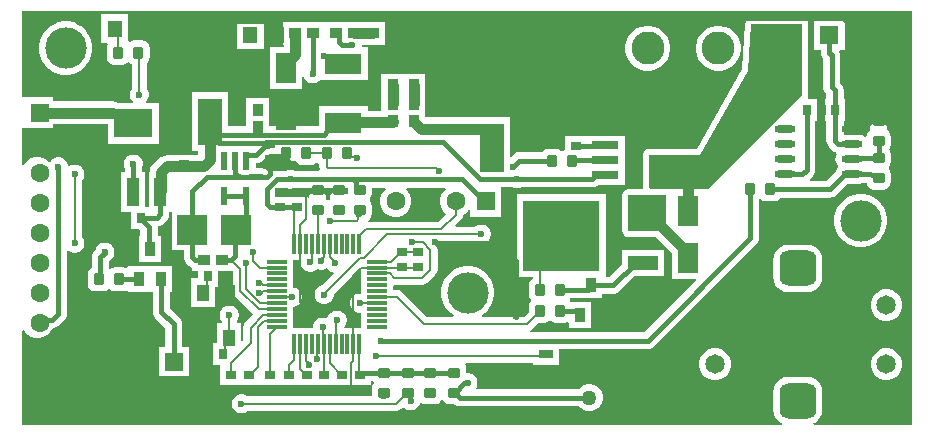
<source format=gtl>
G04*
G04 #@! TF.GenerationSoftware,Altium Limited,Altium Designer,21.3.2 (30)*
G04*
G04 Layer_Physical_Order=1*
G04 Layer_Color=255*
%FSTAX24Y24*%
%MOIN*%
G70*
G04*
G04 #@! TF.SameCoordinates,A4DC8701-BC22-4BCE-B91D-7DEF39426184*
G04*
G04*
G04 #@! TF.FilePolarity,Positive*
G04*
G01*
G75*
%ADD17C,0.0080*%
%ADD21R,0.0335X0.0276*%
%ADD22R,0.0472X0.0315*%
%ADD23R,0.0669X0.0118*%
%ADD24R,0.0118X0.0669*%
G04:AMPARAMS|DCode=25|XSize=39.4mil|YSize=35.4mil|CornerRadius=4.4mil|HoleSize=0mil|Usage=FLASHONLY|Rotation=270.000|XOffset=0mil|YOffset=0mil|HoleType=Round|Shape=RoundedRectangle|*
%AMROUNDEDRECTD25*
21,1,0.0394,0.0266,0,0,270.0*
21,1,0.0305,0.0354,0,0,270.0*
1,1,0.0089,-0.0133,-0.0153*
1,1,0.0089,-0.0133,0.0153*
1,1,0.0089,0.0133,0.0153*
1,1,0.0089,0.0133,-0.0153*
%
%ADD25ROUNDEDRECTD25*%
%ADD26R,0.0276X0.0335*%
%ADD27R,0.0787X0.1575*%
%ADD28R,0.0500X0.0550*%
%ADD29R,0.0394X0.0374*%
%ADD30R,0.0374X0.0394*%
%ADD31R,0.1220X0.0709*%
%ADD32R,0.0669X0.0984*%
%ADD33R,0.0787X0.1614*%
%ADD34R,0.0236X0.0591*%
%ADD35R,0.0984X0.0984*%
%ADD36R,0.0900X0.0250*%
%ADD37O,0.0900X0.0250*%
%ADD38R,0.0394X0.0945*%
%ADD39R,0.1299X0.0945*%
%ADD40R,0.2559X0.2362*%
%ADD41R,0.0984X0.0472*%
%ADD42R,0.0335X0.0472*%
%ADD43R,0.0394X0.0551*%
G04:AMPARAMS|DCode=44|XSize=39.4mil|YSize=35.4mil|CornerRadius=4.4mil|HoleSize=0mil|Usage=FLASHONLY|Rotation=180.000|XOffset=0mil|YOffset=0mil|HoleType=Round|Shape=RoundedRectangle|*
%AMROUNDEDRECTD44*
21,1,0.0394,0.0266,0,0,180.0*
21,1,0.0305,0.0354,0,0,180.0*
1,1,0.0089,-0.0153,0.0133*
1,1,0.0089,0.0153,0.0133*
1,1,0.0089,0.0153,-0.0133*
1,1,0.0089,-0.0153,-0.0133*
%
%ADD44ROUNDEDRECTD44*%
%ADD45O,0.0709X0.0236*%
%ADD82C,0.0200*%
%ADD83C,0.0350*%
%ADD84C,0.0170*%
%ADD85R,0.0630X0.0630*%
%ADD86C,0.0630*%
%ADD87C,0.1378*%
%ADD88C,0.1100*%
%ADD89R,0.0630X0.0630*%
G04:AMPARAMS|DCode=90|XSize=122mil|YSize=118.1mil|CornerRadius=29.5mil|HoleSize=0mil|Usage=FLASHONLY|Rotation=0.000|XOffset=0mil|YOffset=0mil|HoleType=Round|Shape=RoundedRectangle|*
%AMROUNDEDRECTD90*
21,1,0.1220,0.0591,0,0,0.0*
21,1,0.0630,0.1181,0,0,0.0*
1,1,0.0591,0.0315,-0.0295*
1,1,0.0591,-0.0315,-0.0295*
1,1,0.0591,-0.0315,0.0295*
1,1,0.0591,0.0315,0.0295*
%
%ADD90ROUNDEDRECTD90*%
%ADD91C,0.0650*%
%ADD92R,0.0591X0.0591*%
%ADD93C,0.0591*%
%ADD94C,0.0500*%
%ADD95C,0.0236*%
G36*
X0593Y00285D02*
X056033D01*
X056023Y0029D01*
X056065Y002917D01*
X056168Y002997D01*
X056248Y0031D01*
X056297Y003221D01*
X056315Y00335D01*
Y003941D01*
X056297Y00407D01*
X056248Y00419D01*
X056168Y004294D01*
X056065Y004373D01*
X055944Y004423D01*
X055815Y00444D01*
X055185D01*
X055056Y004423D01*
X054935Y004373D01*
X054832Y004294D01*
X054752Y00419D01*
X054703Y00407D01*
X054685Y003941D01*
Y00335D01*
X054703Y003221D01*
X054752Y0031D01*
X054832Y002997D01*
X054935Y002917D01*
X054977Y0029D01*
X054967Y00285D01*
X02965D01*
Y005986D01*
X0297Y006D01*
X029738Y005934D01*
X029834Y005838D01*
X029951Y00577D01*
X030082Y005735D01*
X030218D01*
X030349Y00577D01*
X030466Y005838D01*
X030562Y005934D01*
X030629Y006051D01*
X030638D01*
X030712Y00606D01*
X030782Y006089D01*
X030841Y006135D01*
X031053Y006347D01*
X031099Y006406D01*
X031128Y006476D01*
X031137Y00655D01*
Y008642D01*
X031187Y008663D01*
X031205Y008645D01*
X031277Y008604D01*
X031358Y008582D01*
X031442D01*
X031523Y008604D01*
X031595Y008645D01*
X031655Y008705D01*
X031696Y008777D01*
X031718Y008858D01*
Y008942D01*
X031696Y009023D01*
X031655Y009095D01*
X031645Y009105D01*
Y010995D01*
X031655Y011005D01*
X031696Y011077D01*
X031718Y011158D01*
Y011242D01*
X031696Y011323D01*
X031655Y011395D01*
X031595Y011455D01*
X031523Y011496D01*
X031442Y011518D01*
X031358D01*
X031277Y011496D01*
X031218Y011462D01*
X031168Y011483D01*
Y011492D01*
X031146Y011573D01*
X031105Y011645D01*
X031045Y011705D01*
X030973Y011746D01*
X030892Y011768D01*
X030808D01*
X030727Y011746D01*
X030655Y011705D01*
X030595Y011645D01*
X030575Y01161D01*
X030525Y011603D01*
X030466Y011662D01*
X030349Y01173D01*
X030218Y011765D01*
X030082D01*
X029951Y01173D01*
X029834Y011662D01*
X029738Y011566D01*
X0297Y011501D01*
X02965Y011514D01*
Y012735D01*
X030665D01*
Y012872D01*
X0325D01*
Y012219D01*
X0342D01*
Y013564D01*
X033785D01*
X033764Y013614D01*
X033805Y013655D01*
X033846Y013727D01*
X033868Y013808D01*
Y013892D01*
X033846Y013973D01*
X033805Y014045D01*
X033795Y014055D01*
Y014901D01*
X03383Y014924D01*
X033884Y015005D01*
X033903Y015101D01*
Y015406D01*
X033884Y015501D01*
X03383Y015582D01*
X033749Y015636D01*
X033654Y015655D01*
X033388D01*
X033293Y015636D01*
X033236Y015598D01*
X033186Y015625D01*
Y016528D01*
X032286D01*
Y015578D01*
X032487D01*
X032511Y015534D01*
X032489Y015501D01*
X03247Y015406D01*
Y015101D01*
X032489Y015005D01*
X032543Y014924D01*
X032623Y01487D01*
X032719Y014852D01*
X032984D01*
X03308Y01487D01*
X033154Y01492D01*
X033174Y014925D01*
X033198D01*
X033218Y01492D01*
X033293Y01487D01*
X033305Y014868D01*
Y014055D01*
X033295Y014045D01*
X033254Y013973D01*
X033232Y013892D01*
Y013808D01*
X033254Y013727D01*
X033295Y013655D01*
X033336Y013614D01*
X033315Y013564D01*
X033035D01*
X033011Y013567D01*
X032873D01*
X032859Y013578D01*
X032768Y013615D01*
X03267Y013628D01*
X030665D01*
Y013765D01*
X02965D01*
Y01665D01*
X0593D01*
Y00285D01*
D02*
G37*
%LPC*%
G36*
X0377Y016325D02*
X0368D01*
Y015375D01*
X0377D01*
Y016325D01*
D02*
G37*
G36*
X052924Y01615D02*
X052776D01*
X052631Y016121D01*
X052495Y016065D01*
X052372Y015983D01*
X052267Y015878D01*
X052185Y015755D01*
X052129Y015619D01*
X0521Y015474D01*
Y015326D01*
X052129Y015181D01*
X052185Y015045D01*
X052267Y014922D01*
X052372Y014817D01*
X052495Y014735D01*
X052631Y014679D01*
X052776Y01465D01*
X052924D01*
X053069Y014679D01*
X053205Y014735D01*
X053328Y014817D01*
X053433Y014922D01*
X053515Y015045D01*
X053571Y015181D01*
X0536Y015326D01*
Y015474D01*
X053571Y015619D01*
X053515Y015755D01*
X053433Y015878D01*
X053328Y015983D01*
X053205Y016065D01*
X053069Y016121D01*
X052924Y01615D01*
D02*
G37*
G36*
X050574D02*
X050426D01*
X050281Y016121D01*
X050145Y016065D01*
X050022Y015983D01*
X049917Y015878D01*
X049835Y015755D01*
X049779Y015619D01*
X04975Y015474D01*
Y015326D01*
X049779Y015181D01*
X049835Y015045D01*
X049917Y014922D01*
X050022Y014817D01*
X050145Y014735D01*
X050281Y014679D01*
X050426Y01465D01*
X050574D01*
X050719Y014679D01*
X050855Y014735D01*
X050978Y014817D01*
X051083Y014922D01*
X051165Y015045D01*
X051221Y015181D01*
X05125Y015326D01*
Y015474D01*
X051221Y015619D01*
X051165Y015755D01*
X051083Y015878D01*
X050978Y015983D01*
X050855Y016065D01*
X050719Y016121D01*
X050574Y01615D01*
D02*
G37*
G36*
X031188Y016289D02*
X031012D01*
X030841Y016255D01*
X030679Y016188D01*
X030533Y016091D01*
X030409Y015967D01*
X030312Y015821D01*
X030245Y015659D01*
X030211Y015488D01*
Y015312D01*
X030245Y015141D01*
X030312Y014979D01*
X030409Y014833D01*
X030533Y014709D01*
X030679Y014612D01*
X030841Y014545D01*
X031012Y014511D01*
X031188D01*
X031359Y014545D01*
X031521Y014612D01*
X031667Y014709D01*
X031791Y014833D01*
X031888Y014979D01*
X031955Y015141D01*
X031989Y015312D01*
Y015488D01*
X031955Y015659D01*
X031888Y015821D01*
X031791Y015967D01*
X031667Y016091D01*
X031521Y016188D01*
X031359Y016255D01*
X031188Y016289D01*
D02*
G37*
G36*
X041752Y016287D02*
X038358D01*
Y015513D01*
X038365D01*
Y01543D01*
X037915D01*
Y014045D01*
X038985D01*
Y014432D01*
X039035Y014438D01*
X039039Y014421D01*
X039081Y014349D01*
X03914Y01429D01*
X039213Y014248D01*
X039294Y014226D01*
X039377D01*
X039458Y014248D01*
X039531Y01429D01*
X039571Y01433D01*
X04116D01*
Y015439D01*
X040983D01*
X040968Y015458D01*
Y015513D01*
X041752D01*
Y016287D01*
D02*
G37*
G36*
X05565Y016404D02*
X053953D01*
X053921Y016397D01*
X053888Y016393D01*
X053882Y01639D01*
X053875Y016388D01*
X053847Y01637D01*
X053819Y016353D01*
X053815Y016348D01*
X053809Y016344D01*
X05379Y016317D01*
X05377Y01629D01*
X053768Y016284D01*
X053765Y016278D01*
X053758Y016246D01*
X05375Y016214D01*
X05365Y01471D01*
X052132Y012054D01*
X05195D01*
Y01205D01*
X05053D01*
X050472Y012038D01*
X050406Y011994D01*
X050362Y011928D01*
X050346Y01185D01*
Y01075D01*
X050346Y01075D01*
X050348Y010743D01*
X050316Y010704D01*
X04985D01*
X049772Y010688D01*
X049706Y010644D01*
X049662Y010578D01*
X049646Y0105D01*
Y0093D01*
X049662Y009222D01*
X049706Y009156D01*
X049772Y009112D01*
X04985Y009096D01*
X050789D01*
X051315Y00857D01*
Y00772D01*
X052099D01*
X052118Y007674D01*
X050381Y005937D01*
X046594D01*
X046579Y005987D01*
X046638Y006027D01*
X04686Y006248D01*
X047048D01*
X047144Y006267D01*
X047218Y006317D01*
X047238Y006322D01*
X047262D01*
X047282Y006317D01*
X047356Y006267D01*
X047452Y006248D01*
X047718D01*
X047813Y006267D01*
X047819Y006271D01*
X047863Y006248D01*
Y006074D01*
X048597D01*
Y006946D01*
X047915D01*
X047894Y006979D01*
Y007021D01*
X047921Y007063D01*
X048235D01*
Y007056D01*
X048969D01*
Y007205D01*
X049336D01*
X049411Y007214D01*
X04948Y007243D01*
X049539Y007289D01*
X050064Y007814D01*
X051042D01*
Y008686D01*
X049658D01*
Y00822D01*
X049217Y00778D01*
X049093D01*
Y010531D01*
X046134D01*
Y007769D01*
X046671D01*
Y007722D01*
X046606Y007679D01*
X046552Y007598D01*
X046533Y007503D01*
Y007197D01*
X046552Y007102D01*
X046606Y007021D01*
Y006979D01*
X046552Y006898D01*
X046533Y006803D01*
Y006614D01*
X046364Y006445D01*
X044985D01*
X04497Y006495D01*
X045067Y006559D01*
X045191Y006683D01*
X045288Y006829D01*
X045355Y006991D01*
X045389Y007162D01*
Y007338D01*
X045355Y007509D01*
X045288Y007671D01*
X045191Y007817D01*
X045067Y007941D01*
X044921Y008038D01*
X044759Y008105D01*
X044588Y008139D01*
X044412D01*
X044241Y008105D01*
X044079Y008038D01*
X043933Y007941D01*
X043809Y007817D01*
X043712Y007671D01*
X043645Y007509D01*
X043611Y007338D01*
Y007162D01*
X043645Y006991D01*
X043712Y006829D01*
X043809Y006683D01*
X043933Y006559D01*
X04403Y006495D01*
X044015Y006445D01*
X043151D01*
X042321Y007275D01*
X042242Y007328D01*
X042148Y007346D01*
X042003D01*
Y007475D01*
X042042Y007507D01*
X04205Y007505D01*
X042981D01*
X043074Y007524D01*
X043154Y007577D01*
X043423Y007846D01*
X043476Y007926D01*
X043495Y008019D01*
Y008681D01*
X043476Y008774D01*
X043423Y008854D01*
X043368Y008909D01*
X043387Y008955D01*
X044745D01*
X044755Y008945D01*
X044827Y008904D01*
X044908Y008882D01*
X044992D01*
X045073Y008904D01*
X045145Y008945D01*
X045205Y009005D01*
X045246Y009077D01*
X045268Y009158D01*
Y009242D01*
X045246Y009323D01*
X045205Y009395D01*
X045145Y009455D01*
X045073Y009496D01*
X044992Y009518D01*
X044908D01*
X044827Y009496D01*
X044755Y009455D01*
X044745Y009445D01*
X044106D01*
X044087Y009491D01*
X044273Y009677D01*
X044326Y009756D01*
X044344Y009846D01*
X044416Y009888D01*
X044512Y009984D01*
X044535Y010024D01*
X044585Y01001D01*
Y009785D01*
X045615D01*
Y010763D01*
X046012D01*
X046027Y010754D01*
X046108Y010732D01*
X046192D01*
X046273Y010754D01*
X046288Y010763D01*
X048649D01*
X048724Y010772D01*
X048793Y010801D01*
X048841Y010838D01*
X049737D01*
Y011338D01*
X049737D01*
Y011838D01*
Y012488D01*
X048437D01*
Y012482D01*
X047733D01*
Y012017D01*
X047676Y011979D01*
X047675Y011978D01*
X047638D01*
X047618Y011983D01*
X047544Y012033D01*
X047448Y012052D01*
X047182D01*
X047087Y012033D01*
X047006Y011979D01*
X046979Y011937D01*
X046218D01*
X046144Y011928D01*
X046074Y011899D01*
X046015Y011853D01*
X045944Y011782D01*
X045894Y011803D01*
Y013094D01*
X045106D01*
X045081Y013098D01*
X043092D01*
X043087Y013103D01*
Y013758D01*
Y014552D01*
X041613D01*
Y013758D01*
Y013313D01*
X04116D01*
Y01347D01*
X03954D01*
Y012793D01*
X037887D01*
Y012948D01*
Y013742D01*
X037113D01*
Y012948D01*
Y012793D01*
X036494D01*
Y013937D01*
X035306D01*
Y011963D01*
X035522D01*
Y011833D01*
X035437D01*
Y011852D01*
X034663D01*
Y011833D01*
X03446D01*
X034362Y01182D01*
X034271Y011782D01*
X034192Y011722D01*
X03401Y01154D01*
X03395Y011461D01*
X033912Y01137D01*
X0339Y011281D01*
X033859D01*
Y010117D01*
X033747D01*
Y011281D01*
X033637D01*
Y011412D01*
X033646Y011427D01*
X033668Y011508D01*
Y011592D01*
X033646Y011673D01*
X033605Y011745D01*
X033545Y011805D01*
X033473Y011846D01*
X033392Y011868D01*
X033308D01*
X033227Y011846D01*
X033155Y011805D01*
X033095Y011745D01*
X033054Y011673D01*
X033032Y011592D01*
Y011508D01*
X033054Y011427D01*
X033063Y011412D01*
Y011281D01*
X032953D01*
Y009936D01*
X033268D01*
Y009383D01*
X033537D01*
X033589Y009331D01*
Y009128D01*
X033535D01*
Y008256D01*
X034269D01*
Y009128D01*
X034164D01*
Y00945D01*
X034176Y009466D01*
X034224Y009472D01*
X034294Y009501D01*
X034353Y009547D01*
X034459Y009652D01*
X034504Y009712D01*
X034533Y009781D01*
X034543Y009856D01*
Y009936D01*
X03463D01*
Y008658D01*
X035034D01*
Y00845D01*
X035044Y008375D01*
X035073Y008306D01*
X035118Y008246D01*
X035218Y008147D01*
X035278Y008101D01*
X035308Y008088D01*
Y007963D01*
X035506D01*
Y007724D01*
X03527D01*
Y006772D01*
X036064D01*
Y007433D01*
X036182D01*
Y007963D01*
X036665D01*
X036679Y007949D01*
Y007313D01*
X036698Y00722D01*
X036751Y00714D01*
X037356Y006535D01*
X037357Y006529D01*
X037089Y006261D01*
X037036Y006182D01*
X037017Y006088D01*
Y005682D01*
X036976Y005641D01*
X03693Y005661D01*
Y006228D01*
X036795D01*
Y006295D01*
X036805Y006305D01*
X036846Y006377D01*
X036868Y006458D01*
Y006542D01*
X036846Y006623D01*
X036805Y006695D01*
X036745Y006755D01*
X036673Y006796D01*
X036592Y006818D01*
X036508D01*
X036427Y006796D01*
X036355Y006755D01*
X036295Y006695D01*
X036254Y006623D01*
X036232Y006542D01*
Y006458D01*
X036254Y006377D01*
X036295Y006305D01*
X036305Y006295D01*
Y006228D01*
X036136D01*
Y005567D01*
X036018D01*
Y004833D01*
X036233D01*
Y004168D01*
X041267D01*
Y004297D01*
X041357D01*
X041367Y004282D01*
X041372Y004262D01*
Y004225D01*
X041371Y004224D01*
X041317Y004144D01*
X041298Y004048D01*
Y003795D01*
X037159D01*
X037149Y003805D01*
X037077Y003846D01*
X036996Y003868D01*
X036912D01*
X036831Y003846D01*
X036759Y003805D01*
X036699Y003745D01*
X036658Y003673D01*
X036636Y003592D01*
Y003508D01*
X036658Y003427D01*
X036699Y003355D01*
X036759Y003295D01*
X036831Y003254D01*
X036912Y003232D01*
X036996D01*
X037077Y003254D01*
X037149Y003295D01*
X037159Y003305D01*
X042115D01*
X042209Y003324D01*
X042288Y003377D01*
X042356Y003445D01*
X042405Y003395D01*
X042477Y003354D01*
X042558Y003332D01*
X042642D01*
X042723Y003354D01*
X042795Y003395D01*
X042855Y003455D01*
X042896Y003527D01*
X042905Y003557D01*
X042962Y003579D01*
X043002Y003552D01*
X043097Y003533D01*
X043403D01*
X043498Y003552D01*
X043579Y003606D01*
X043622Y003672D01*
X043626Y003673D01*
X043674Y003673D01*
X043678Y003672D01*
X043721Y003606D01*
X043802Y003552D01*
X043897Y003533D01*
X044049D01*
X044091Y003501D01*
X044161Y003472D01*
X044235Y003463D01*
X048201D01*
X048274Y00339D01*
X048376Y003331D01*
X048491Y0033D01*
X048609D01*
X048724Y003331D01*
X048826Y00339D01*
X04891Y003474D01*
X048969Y003576D01*
X049Y003691D01*
Y003809D01*
X048969Y003924D01*
X04891Y004026D01*
X048826Y00411D01*
X048724Y004169D01*
X048609Y0042D01*
X048491D01*
X048376Y004169D01*
X048274Y00411D01*
X048201Y004037D01*
X044813D01*
X044784Y004087D01*
X044803Y004121D01*
X044825Y004201D01*
Y004285D01*
X044803Y004366D01*
X044761Y004439D01*
X044702Y004498D01*
X044629Y00454D01*
X044549Y004561D01*
X044465D01*
X044452Y004572D01*
Y004718D01*
X044433Y004813D01*
X044404Y004855D01*
X044431Y004905D01*
X046686D01*
Y004843D01*
X047558D01*
Y005363D01*
X0505D01*
X050574Y005372D01*
X050644Y005401D01*
X050703Y005447D01*
X054119Y008862D01*
X054164Y008922D01*
X054193Y008991D01*
X054203Y009065D01*
Y010357D01*
X054224Y010371D01*
X054225Y010372D01*
X054262D01*
X054282Y010367D01*
X054356Y010317D01*
X054452Y010298D01*
X054718D01*
X054813Y010317D01*
X054894Y010371D01*
X054921Y010413D01*
X056576D01*
X05665Y010422D01*
X05672Y010451D01*
X056779Y010497D01*
X057162Y010879D01*
X057548D01*
X057631Y01089D01*
X057686Y010913D01*
X057802D01*
X057817Y010837D01*
X057871Y010756D01*
X057952Y010702D01*
X058047Y010683D01*
X058353D01*
X058448Y010702D01*
X058529Y010756D01*
X058583Y010837D01*
X058602Y010932D01*
Y011198D01*
X058583Y011294D01*
X058529Y011374D01*
X058528Y011375D01*
Y011425D01*
X058529Y011426D01*
X058583Y011506D01*
X058602Y011602D01*
Y011868D01*
X058583Y011963D01*
X058541Y012025D01*
X058583Y012087D01*
X058602Y012182D01*
Y012448D01*
X058583Y012544D01*
X058529Y012624D01*
X058476Y01266D01*
Y012807D01*
X058397Y012886D01*
X058003D01*
X057924Y012807D01*
Y01266D01*
X057871Y012624D01*
X057817Y012544D01*
X057803Y012469D01*
X057758Y012448D01*
X057748Y012448D01*
X057709Y012478D01*
X057631Y01251D01*
X057548Y012521D01*
X057076D01*
X057069Y01252D01*
X057032Y012553D01*
Y012983D01*
X057082D01*
Y013717D01*
X057032D01*
Y014006D01*
X057022Y01408D01*
X056993Y01415D01*
X056947Y014209D01*
X056917Y014239D01*
Y01517D01*
X056908Y015244D01*
X056891Y015285D01*
X056923Y015335D01*
X057065D01*
Y016365D01*
X056035D01*
Y015335D01*
X056263D01*
Y01525D01*
X056272Y015176D01*
X056301Y015106D01*
X056343Y015052D01*
Y01412D01*
X056352Y014046D01*
X056381Y013976D01*
X056427Y013917D01*
X056457Y013887D01*
Y013717D01*
X056406D01*
Y012983D01*
X056457D01*
Y0123D01*
X056466Y012225D01*
X056495Y012156D01*
X056541Y012096D01*
X05664Y011997D01*
X0567Y011951D01*
X056769Y011922D01*
X056789Y01192D01*
X056808Y011874D01*
X056798Y01186D01*
X056766Y011783D01*
X056755Y0117D01*
X056766Y011617D01*
X056798Y01154D01*
X056849Y011473D01*
Y011427D01*
X056798Y01136D01*
X056776Y011306D01*
X056457Y010987D01*
X055915D01*
X055894Y011037D01*
X055997Y011141D01*
X056043Y0112D01*
X056072Y01127D01*
X056082Y011344D01*
Y012983D01*
X056132D01*
Y013717D01*
X055855D01*
X055831Y013761D01*
X055838Y013772D01*
X055854Y01385D01*
Y0162D01*
X055838Y016278D01*
X055794Y016344D01*
X055728Y016388D01*
X05565Y016404D01*
D02*
G37*
G36*
X057688Y010539D02*
X057512D01*
X057341Y010505D01*
X057179Y010438D01*
X057033Y010341D01*
X056909Y010217D01*
X056812Y010071D01*
X056745Y009909D01*
X056711Y009738D01*
Y009562D01*
X056745Y009391D01*
X056812Y009229D01*
X056909Y009083D01*
X057033Y008959D01*
X057179Y008862D01*
X057341Y008795D01*
X057512Y008761D01*
X057688D01*
X057859Y008795D01*
X058021Y008862D01*
X058167Y008959D01*
X058291Y009083D01*
X058388Y009229D01*
X058455Y009391D01*
X058489Y009562D01*
Y009738D01*
X058455Y009909D01*
X058388Y010071D01*
X058291Y010217D01*
X058167Y010341D01*
X058021Y010438D01*
X057859Y010505D01*
X057688Y010539D01*
D02*
G37*
G36*
X055815Y00885D02*
X055185D01*
X055056Y008833D01*
X054935Y008783D01*
X054832Y008703D01*
X054752Y0086D01*
X054703Y008479D01*
X054685Y00835D01*
Y007759D01*
X054703Y00763D01*
X054752Y00751D01*
X054832Y007406D01*
X054935Y007327D01*
X055056Y007277D01*
X055185Y00726D01*
X055815D01*
X055944Y007277D01*
X056065Y007327D01*
X056168Y007406D01*
X056248Y00751D01*
X056297Y00763D01*
X056315Y007759D01*
Y00835D01*
X056297Y008479D01*
X056248Y0086D01*
X056168Y008703D01*
X056065Y008783D01*
X055944Y008833D01*
X055815Y00885D01*
D02*
G37*
G36*
X058522Y007359D02*
X058384D01*
X05825Y007323D01*
X058131Y007254D01*
X058033Y007156D01*
X057964Y007037D01*
X057928Y006903D01*
Y006765D01*
X057964Y006632D01*
X058033Y006512D01*
X058131Y006414D01*
X05825Y006345D01*
X058384Y006309D01*
X058522D01*
X058655Y006345D01*
X058775Y006414D01*
X058873Y006512D01*
X058942Y006632D01*
X058978Y006765D01*
Y006903D01*
X058942Y007037D01*
X058873Y007156D01*
X058775Y007254D01*
X058655Y007323D01*
X058522Y007359D01*
D02*
G37*
G36*
X032442Y008918D02*
X032358D01*
X032277Y008896D01*
X032205Y008855D01*
X032145Y008795D01*
X032104Y008723D01*
X032092Y008681D01*
X032047Y008635D01*
X032001Y008576D01*
X031972Y008506D01*
X031963Y008432D01*
Y008066D01*
X031906Y008029D01*
X031852Y007948D01*
X031833Y007853D01*
Y007547D01*
X031852Y007452D01*
X031906Y007371D01*
X031987Y007317D01*
X032082Y007298D01*
X032348D01*
X032444Y007317D01*
X032518Y007367D01*
X032538Y007372D01*
X032562D01*
X032582Y007367D01*
X032656Y007317D01*
X032752Y007298D01*
X033018D01*
X033113Y007317D01*
X033119Y007321D01*
X033163Y007298D01*
Y007274D01*
X033872D01*
X033921Y007272D01*
X033946Y007272D01*
X034001D01*
Y006608D01*
X03401Y006534D01*
X034039Y006464D01*
X034085Y006405D01*
X034413Y006077D01*
Y005445D01*
X034205D01*
Y004455D01*
X035195D01*
Y005445D01*
X034987D01*
Y006196D01*
X034978Y006271D01*
X034949Y00634D01*
X034903Y006399D01*
X034575Y006727D01*
Y007272D01*
X034655D01*
Y008144D01*
X033946D01*
X033897Y008146D01*
X033872Y008146D01*
X033163D01*
Y008102D01*
X033119Y008079D01*
X033113Y008083D01*
X033018Y008102D01*
X032752D01*
X032656Y008083D01*
X032587Y008037D01*
X032547Y008051D01*
X032537Y008059D01*
Y008312D01*
X032595Y008345D01*
X032655Y008405D01*
X032696Y008477D01*
X032718Y008558D01*
Y008642D01*
X032696Y008723D01*
X032655Y008795D01*
X032595Y008855D01*
X032523Y008896D01*
X032442Y008918D01*
D02*
G37*
G36*
X058522Y005391D02*
X058384D01*
X05825Y005355D01*
X058131Y005286D01*
X058033Y005188D01*
X057964Y005068D01*
X057928Y004935D01*
Y004797D01*
X057964Y004663D01*
X058033Y004544D01*
X058131Y004446D01*
X05825Y004377D01*
X058384Y004341D01*
X058522D01*
X058655Y004377D01*
X058775Y004446D01*
X058873Y004544D01*
X058942Y004663D01*
X058978Y004797D01*
Y004935D01*
X058942Y005068D01*
X058873Y005188D01*
X058775Y005286D01*
X058655Y005355D01*
X058522Y005391D01*
D02*
G37*
G36*
X052813D02*
X052675D01*
X052542Y005355D01*
X052422Y005286D01*
X052324Y005188D01*
X052255Y005068D01*
X052219Y004935D01*
Y004797D01*
X052255Y004663D01*
X052324Y004544D01*
X052422Y004446D01*
X052542Y004377D01*
X052675Y004341D01*
X052813D01*
X052947Y004377D01*
X053066Y004446D01*
X053164Y004544D01*
X053233Y004663D01*
X053269Y004797D01*
Y004935D01*
X053233Y005068D01*
X053164Y005188D01*
X053066Y005286D01*
X052947Y005355D01*
X052813Y005391D01*
D02*
G37*
%LPD*%
G36*
X03855Y011703D02*
X038629Y011624D01*
X038776D01*
X038812Y011571D01*
X038893Y011517D01*
X038988Y011498D01*
X039254D01*
X039349Y011517D01*
X03943Y011571D01*
X039436Y011581D01*
X039486D01*
X039493Y011571D01*
X039557Y011528D01*
Y011445D01*
X039573Y011364D01*
X039545Y011314D01*
X038738D01*
X038723Y011323D01*
X038642Y011345D01*
X038558D01*
X038477Y011323D01*
X038462Y011314D01*
X038132D01*
X038058Y011304D01*
X037989Y011276D01*
X037929Y01123D01*
X037901Y011202D01*
X03785Y011221D01*
X037838Y011278D01*
X037794Y011344D01*
X037728Y011388D01*
X03765Y011404D01*
X037442D01*
Y011563D01*
X037451D01*
X037525Y011573D01*
X037595Y011602D01*
X037654Y011648D01*
X037875Y011868D01*
X038267D01*
Y011974D01*
X03855D01*
Y011703D01*
D02*
G37*
G36*
X03765Y011D02*
X03725D01*
Y0112D01*
X03765D01*
Y011D01*
D02*
G37*
G36*
X040498Y010555D02*
X04049Y010548D01*
X040451Y010532D01*
X040397Y010586D01*
X040003D01*
X039924Y010507D01*
Y01036D01*
X039883Y010332D01*
X03985Y010328D01*
X039817Y010332D01*
X039776Y01036D01*
Y010507D01*
X039697Y010586D01*
X039303D01*
X039224Y010507D01*
Y010408D01*
X039217Y010404D01*
X039167Y010432D01*
Y010432D01*
X038087D01*
Y010575D01*
X038252Y010739D01*
X038462D01*
X038477Y01073D01*
X038558Y010709D01*
X038642D01*
X038723Y01073D01*
X038738Y010739D01*
X040498D01*
Y010555D01*
D02*
G37*
G36*
X05565Y01385D02*
X0525Y0107D01*
X0506D01*
X05055Y01075D01*
Y01185D01*
X05225D01*
X05385Y01465D01*
X053953Y0162D01*
X05565D01*
Y01385D01*
D02*
G37*
G36*
X043761Y010689D02*
X043688Y010616D01*
X04362Y010499D01*
X043585Y010368D01*
Y010232D01*
X04362Y010101D01*
X043688Y009984D01*
X043784Y009888D01*
X043785Y009881D01*
X04351Y009606D01*
X04119D01*
X041183Y009616D01*
X041193Y009683D01*
X041229Y009706D01*
X041283Y009787D01*
X041302Y009882D01*
Y010148D01*
X041283Y010244D01*
X041233Y010318D01*
X041228Y010338D01*
Y010362D01*
X041233Y010382D01*
X041283Y010456D01*
X041302Y010552D01*
Y010739D01*
X04174D01*
X041761Y010689D01*
X041688Y010616D01*
X04162Y010499D01*
X041585Y010368D01*
Y010232D01*
X04162Y010101D01*
X041688Y009984D01*
X041784Y009888D01*
X041901Y00982D01*
X042032Y009785D01*
X042168D01*
X042299Y00982D01*
X042416Y009888D01*
X042512Y009984D01*
X04258Y010101D01*
X042615Y010232D01*
Y010368D01*
X04258Y010499D01*
X042512Y010616D01*
X042439Y010689D01*
X04246Y010739D01*
X04374D01*
X043761Y010689D01*
D02*
G37*
G36*
X0511Y0093D02*
X04985D01*
Y0105D01*
X0511D01*
Y0093D01*
D02*
G37*
G36*
X038932Y008308D02*
Y008224D01*
X038954Y008143D01*
X038995Y00807D01*
X039055Y008011D01*
X039127Y007969D01*
X039208Y007948D01*
X039292D01*
X039373Y007969D01*
X039445Y008011D01*
X039472Y008038D01*
X039501Y008022D01*
X039582Y008D01*
X039666D01*
X039747Y008022D01*
X039806Y008056D01*
X039807Y008055D01*
X039867Y007995D01*
X039939Y007954D01*
X040016Y007933D01*
X04003Y007909D01*
X04004Y007886D01*
X039657Y007503D01*
X039589Y007485D01*
X039516Y007443D01*
X039457Y007384D01*
X039415Y007311D01*
X039394Y00723D01*
Y007146D01*
X039415Y007065D01*
X039457Y006993D01*
X039516Y006934D01*
X039589Y006892D01*
X03967Y00687D01*
X039754D01*
X039835Y006892D01*
X039907Y006934D01*
X039966Y006993D01*
X040008Y007065D01*
X04003Y007146D01*
Y007184D01*
X040888Y008042D01*
X040915Y008031D01*
X040934Y008017D01*
Y007754D01*
Y007218D01*
X040858D01*
X040777Y007196D01*
X040705Y007155D01*
X040645Y007095D01*
X040604Y007023D01*
X040582Y006942D01*
Y006858D01*
X040604Y006777D01*
X040645Y006705D01*
X040705Y006645D01*
X040777Y006604D01*
X040858Y006582D01*
X040934D01*
Y006066D01*
X040398D01*
X040377Y006116D01*
X040398Y006137D01*
X04044Y00621D01*
X040462Y006291D01*
Y006374D01*
X04044Y006455D01*
X040398Y006528D01*
X040339Y006587D01*
X040266Y006629D01*
X040185Y006651D01*
X040102D01*
X040021Y006629D01*
X039948Y006587D01*
X039889Y006528D01*
X039847Y006455D01*
X039838Y006422D01*
X039783Y006396D01*
X039702Y006418D01*
X039618D01*
X039538Y006396D01*
X039465Y006355D01*
X039406Y006295D01*
X039364Y006223D01*
X039342Y006142D01*
Y006066D01*
X038666D01*
Y006449D01*
Y006782D01*
X038692D01*
X038773Y006804D01*
X038845Y006845D01*
X038905Y006905D01*
X038946Y006977D01*
X038968Y007058D01*
Y007142D01*
X038946Y007223D01*
X038905Y007295D01*
X038845Y007355D01*
X038773Y007396D01*
X038692Y007418D01*
X038666D01*
Y007827D01*
Y008334D01*
X038912D01*
X038932Y008308D01*
D02*
G37*
D17*
X041469Y008086D02*
X04285D01*
X0364Y005619D02*
X03655Y005769D01*
X0364Y005194D02*
Y005619D01*
X036356Y00515D02*
X0364Y005194D01*
X03655Y005769D02*
Y0065D01*
X035667Y007248D02*
X0358Y007381D01*
Y007806D02*
X035844Y00785D01*
X0358Y007381D02*
Y007806D01*
X036356Y0078D02*
X036403Y007753D01*
Y007378D02*
X036533Y007248D01*
X036403Y007378D02*
Y007753D01*
X0358Y005244D02*
Y005619D01*
Y005244D02*
X035844Y0052D01*
X035667Y005752D02*
X0358Y005619D01*
X0423Y008606D02*
X04285D01*
Y0086D02*
Y008606D01*
X038914Y009514D02*
X0391Y0097D01*
Y010645D01*
X038914Y008868D02*
Y009514D01*
X038717Y008868D02*
Y010011D01*
X0388Y010094D01*
X0375Y004776D02*
Y0061D01*
X037341Y004617D02*
X037341D01*
X0375Y004776D01*
X03723Y004506D02*
X037341Y004617D01*
X036954Y00355D02*
X042115D01*
X037262Y006088D02*
X037677Y006503D01*
X0366Y004506D02*
Y004919D01*
X037262Y005581D01*
Y006088D01*
X0372Y004506D02*
X03723D01*
X0375Y0061D02*
X037696Y006296D01*
X0379Y005886D02*
X038131Y006117D01*
X0379Y004506D02*
Y005886D01*
X04085Y009697D02*
Y009865D01*
X04145Y00515D02*
X047072D01*
X047122Y0052D01*
X040884Y009865D02*
X0409Y009881D01*
Y010015D01*
X037696Y006296D02*
X038114D01*
X039162Y006688D02*
X040584D01*
X040905Y006905D02*
X041469D01*
X040584Y006688D02*
X040668Y006604D01*
X040662Y00661D02*
X040668Y006604D01*
X0409Y0069D02*
X040905Y006905D01*
X040662Y00661D02*
Y007798D01*
X04095Y008086D01*
X040686Y004986D02*
Y005531D01*
X040668Y005549D02*
X040686Y005531D01*
X040668Y005549D02*
Y006604D01*
X04305Y0062D02*
X046465D01*
X046761Y006496D01*
X046779D02*
X046915Y006633D01*
X042148Y007102D02*
X04305Y0062D01*
X046915Y006633D02*
Y00665D01*
X046761Y006496D02*
X046779D01*
X038914Y006936D02*
X039162Y006688D01*
X038914Y006936D02*
Y008868D01*
X038649Y007101D02*
X03865Y0071D01*
X038132Y007101D02*
X038649D01*
X040095Y006242D02*
X040144Y00629D01*
X040095Y005531D02*
Y006242D01*
X040144Y00629D02*
Y006333D01*
X0403Y0045D02*
X040307D01*
X040283Y004506D02*
X040312D01*
X040307Y0045D02*
X040312Y004506D01*
X039898Y00489D02*
X040283Y004506D01*
X039898Y00489D02*
Y005531D01*
X039108Y004506D02*
X039137D01*
X038914Y0047D02*
Y005531D01*
Y0047D02*
X039108Y004506D01*
X042642Y008938D02*
X042993D01*
X04325Y008019D02*
Y008681D01*
X042993Y008938D02*
X04325Y008681D01*
X041036Y008414D02*
X041822Y0092D01*
X0411Y009361D02*
X043611D01*
X0441Y00985D01*
X041822Y0092D02*
X04495D01*
X040883Y009144D02*
X0411Y009361D01*
X03355Y01385D02*
Y015224D01*
X033521Y015253D02*
X03355Y015224D01*
X0314Y0089D02*
Y0112D01*
X039848Y011398D02*
X043452D01*
X04354Y01131D01*
X04355D01*
X039802Y011445D02*
X039848Y011398D01*
X039802Y011445D02*
Y0119D01*
X040062Y00825D02*
Y00826D01*
X039898Y008423D02*
Y008868D01*
Y008423D02*
X040062Y00826D01*
X039712Y007212D02*
X040914Y008414D01*
X039712Y007188D02*
Y007212D01*
X040914Y008414D02*
X041036D01*
X04095Y008086D02*
X041469D01*
X03966Y0061D02*
X039684Y006077D01*
Y005549D02*
Y006077D01*
Y005549D02*
X039702Y005531D01*
X04077Y011757D02*
X0408Y011727D01*
X040602Y011762D02*
X040608Y011757D01*
X04077D01*
X040602Y011762D02*
Y011769D01*
X035474Y016053D02*
X0359Y015627D01*
Y015233D02*
Y015627D01*
X033636Y016053D02*
X035474D01*
X032736D02*
X032852Y015938D01*
Y015253D02*
Y015938D01*
X03735Y0083D02*
Y0086D01*
Y0083D02*
X037564Y008086D01*
X038131D01*
X042981Y00775D02*
X04325Y008019D01*
X04205Y00775D02*
X042981D01*
X041911Y007889D02*
X04205Y00775D01*
X041469Y007889D02*
X041911D01*
X0441Y00985D02*
Y01045D01*
X040883Y008868D02*
Y009144D01*
X03925Y008266D02*
X039261D01*
X039624Y008318D02*
Y00836D01*
X037559Y006905D02*
X038131D01*
X039701Y008868D02*
X039702Y008868D01*
X039261Y008266D02*
X039308Y008313D01*
Y008868D01*
X0371Y007363D02*
Y00825D01*
X039701Y008437D02*
Y008868D01*
X039624Y00836D02*
X039701Y008437D01*
X038131Y007102D02*
X038132Y007101D01*
X039462Y005023D02*
X039487Y005048D01*
Y005514D01*
X039505Y005531D01*
X039198Y004849D02*
Y004891D01*
X039111Y004978D02*
X039198Y004891D01*
X039111Y004978D02*
Y005531D01*
X037592Y007566D02*
X037663Y007495D01*
X0371Y007363D02*
X037559Y006905D01*
X03755Y00725D02*
X037637D01*
X037685Y007298D01*
X038131D01*
X03755Y007566D02*
X037592D01*
X037663Y007495D02*
X038131D01*
X040803Y00965D02*
X04085Y009697D01*
X0399Y00965D02*
X040803D01*
X041947Y008283D02*
X04227Y008606D01*
X039702Y004529D02*
Y005531D01*
Y004529D02*
X039725Y004506D01*
X04248Y003915D02*
X0425D01*
X042115Y00355D02*
X04248Y003915D01*
X040606Y003994D02*
Y004906D01*
X0395Y010015D02*
X039505Y010011D01*
Y008868D02*
Y010011D01*
X040606Y004906D02*
X040686Y004986D01*
X041469Y008283D02*
X041947D01*
X039121Y0119D02*
X039802D01*
X040471D02*
X040602Y011769D01*
X046915Y008452D02*
X047614Y00915D01*
X041469Y007102D02*
X042148D01*
X046915Y00735D02*
Y008452D01*
X040883Y004523D02*
Y005531D01*
Y004523D02*
X0409Y004506D01*
X03855Y00485D02*
X038717Y005017D01*
Y005531D01*
X03855Y004506D02*
Y00485D01*
X037677Y006503D02*
X038124D01*
X038131Y006511D01*
X038114Y006296D02*
X038131Y006314D01*
X036924Y007313D02*
Y00805D01*
Y007313D02*
X037529Y006708D01*
X038131D01*
X036624Y00835D02*
X036924Y00805D01*
X035667Y006303D02*
X036533Y007169D01*
X035667Y005752D02*
Y006303D01*
X036533Y007169D02*
Y007248D01*
D21*
X0388Y010094D02*
D03*
Y010606D02*
D03*
X0379Y004506D02*
D03*
Y003994D02*
D03*
X0372Y004506D02*
D03*
Y003994D02*
D03*
X0366Y004506D02*
D03*
Y003994D02*
D03*
X0379Y012206D02*
D03*
Y011694D02*
D03*
X04285Y008094D02*
D03*
Y008606D02*
D03*
X0481Y012144D02*
D03*
Y012656D02*
D03*
X0423Y008094D02*
D03*
Y008606D02*
D03*
X03825Y010606D02*
D03*
Y010094D02*
D03*
X039137Y004506D02*
D03*
Y003994D02*
D03*
X0409Y004506D02*
D03*
Y003994D02*
D03*
X039725D02*
D03*
Y004506D02*
D03*
X03855Y003994D02*
D03*
Y004506D02*
D03*
X040312Y003994D02*
D03*
Y004506D02*
D03*
D22*
X049878Y0052D02*
D03*
X047122D02*
D03*
D23*
X038131Y008283D02*
D03*
Y008086D02*
D03*
Y007889D02*
D03*
Y007692D02*
D03*
Y007495D02*
D03*
Y007298D02*
D03*
Y007102D02*
D03*
Y006905D02*
D03*
Y006708D02*
D03*
Y006511D02*
D03*
Y006314D02*
D03*
Y006117D02*
D03*
X041469D02*
D03*
Y006314D02*
D03*
Y006511D02*
D03*
Y006708D02*
D03*
Y006905D02*
D03*
Y007102D02*
D03*
Y007298D02*
D03*
Y007495D02*
D03*
Y007692D02*
D03*
Y007889D02*
D03*
Y008086D02*
D03*
Y008283D02*
D03*
D24*
X038717Y005531D02*
D03*
X038914D02*
D03*
X039111D02*
D03*
X039308D02*
D03*
X039505D02*
D03*
X039702D02*
D03*
X039898D02*
D03*
X040095D02*
D03*
X040292D02*
D03*
X040489D02*
D03*
X040686D02*
D03*
X040883D02*
D03*
Y008868D02*
D03*
X040686D02*
D03*
X040489D02*
D03*
X040292D02*
D03*
X040095D02*
D03*
X039898D02*
D03*
X039702D02*
D03*
X039505D02*
D03*
X039308D02*
D03*
X039111D02*
D03*
X038914D02*
D03*
X038717D02*
D03*
D25*
X053915Y0107D02*
D03*
X054585D02*
D03*
X046915Y00665D02*
D03*
X047585D02*
D03*
X039802Y0119D02*
D03*
X040471D02*
D03*
X032852Y015253D02*
D03*
X033521D02*
D03*
X047985Y01165D02*
D03*
X047315D02*
D03*
X039121Y0119D02*
D03*
X038452D02*
D03*
X047585Y00735D02*
D03*
X046915D02*
D03*
X032885Y0077D02*
D03*
X032215D02*
D03*
D26*
X056306Y01335D02*
D03*
X055794D02*
D03*
X033606Y00975D02*
D03*
X033094D02*
D03*
X036356Y0078D02*
D03*
X035844D02*
D03*
Y0052D02*
D03*
X036356D02*
D03*
X056744Y01335D02*
D03*
X057256D02*
D03*
D27*
X0359Y015233D02*
D03*
Y01295D02*
D03*
D28*
X03725Y01585D02*
D03*
X03815D02*
D03*
X033636Y016053D02*
D03*
X032736D02*
D03*
D29*
X039345Y0159D02*
D03*
X038755D02*
D03*
X040695D02*
D03*
X040105D02*
D03*
X041945D02*
D03*
X041355D02*
D03*
X036295Y00835D02*
D03*
X035705D02*
D03*
D30*
X042Y013545D02*
D03*
Y012955D02*
D03*
X0427D02*
D03*
Y013545D02*
D03*
X042Y014745D02*
D03*
Y014155D02*
D03*
X0427Y014745D02*
D03*
Y014155D02*
D03*
X0375Y013345D02*
D03*
Y012755D02*
D03*
X03505Y011455D02*
D03*
Y012045D02*
D03*
D31*
X04035Y014884D02*
D03*
Y012916D02*
D03*
D32*
X03845Y013163D02*
D03*
Y014737D02*
D03*
X05185Y009987D02*
D03*
Y008413D02*
D03*
D33*
X0453Y015513D02*
D03*
Y012087D02*
D03*
D34*
X036376Y010459D02*
D03*
X037124D02*
D03*
X03675Y011641D02*
D03*
X036376D02*
D03*
X037124D02*
D03*
D35*
X035322Y00935D02*
D03*
X036778D02*
D03*
D36*
X049087Y012663D02*
D03*
X049087Y012163D02*
D03*
Y011663D02*
D03*
X049087Y011163D02*
D03*
X051513Y012663D02*
D03*
X051513Y012163D02*
D03*
Y011663D02*
D03*
D37*
X051513Y011163D02*
D03*
D38*
X032444Y010608D02*
D03*
X03335D02*
D03*
X034256D02*
D03*
D39*
X03335Y012892D02*
D03*
D40*
X047614Y00915D02*
D03*
D41*
X05035Y01005D02*
D03*
X05035Y00825D02*
D03*
D42*
X048602Y007492D02*
D03*
X04823Y00651D02*
D03*
X048988Y006508D02*
D03*
X034288Y007708D02*
D03*
X03353Y00771D02*
D03*
X033902Y008692D02*
D03*
D43*
X035667Y005752D02*
D03*
Y007248D02*
D03*
X036533Y005752D02*
D03*
Y007248D02*
D03*
D44*
X0395Y010685D02*
D03*
Y010015D02*
D03*
X0402Y010685D02*
D03*
Y010015D02*
D03*
X0409Y010685D02*
D03*
Y010015D02*
D03*
X0417Y003915D02*
D03*
Y004585D02*
D03*
X04325D02*
D03*
Y003915D02*
D03*
X0425Y004585D02*
D03*
Y003915D02*
D03*
X04405Y004585D02*
D03*
Y003915D02*
D03*
X0582Y011735D02*
D03*
Y011065D02*
D03*
Y012985D02*
D03*
Y012315D02*
D03*
D45*
X057312Y0112D02*
D03*
Y0117D02*
D03*
Y0122D02*
D03*
Y0127D02*
D03*
X055088Y0112D02*
D03*
Y0117D02*
D03*
Y0122D02*
D03*
Y0127D02*
D03*
D82*
X037253Y0111D02*
D03*
X037647D02*
D03*
D83*
X0453Y0155D02*
Y015513D01*
Y015099D02*
Y0155D01*
Y015513D02*
X045413Y0154D01*
X0359Y01166D02*
Y012609D01*
X05185Y009987D02*
Y011613D01*
X0519Y011663D02*
X052563D01*
X05185Y011613D02*
X0519Y011663D01*
X050667Y009753D02*
X05185Y00857D01*
X050667Y009753D02*
Y009989D01*
X050606Y01005D02*
X050667Y009989D01*
X05035Y01005D02*
X050606D01*
X05185Y008413D02*
Y00857D01*
X05485Y01395D02*
Y0154D01*
X052563Y011663D02*
X05485Y01395D01*
X049087Y012663D02*
X049087Y012663D01*
X051513D01*
X032795Y012045D02*
X03505D01*
X03179D02*
X032795D01*
X03015Y01225D02*
X031586D01*
X03179Y012045D01*
X035233Y015233D02*
X0359D01*
X03505Y012045D02*
Y01505D01*
X035233Y015233D01*
X03505Y011455D02*
X035695D01*
X0359Y01166D01*
X034277Y01063D02*
Y011272D01*
X03446Y011455D01*
X03505D01*
X034256Y010608D02*
X034277Y01063D01*
X032444Y010608D02*
Y011694D01*
X032795Y012045D01*
X033011Y013189D02*
X03335Y01285D01*
X032731Y013189D02*
X033011D01*
X03267Y01325D02*
X032731Y013189D01*
X03015Y01325D02*
X03267D01*
X03845Y0147D02*
Y014895D01*
X038743Y015188D02*
Y015888D01*
X03845Y014895D02*
X038743Y015188D01*
X0427Y013545D02*
Y014155D01*
X040369Y012935D02*
X041988D01*
X04035Y012916D02*
X040369Y012935D01*
X042Y012947D02*
Y012955D01*
X041988Y012935D02*
X042Y012947D01*
X041945Y015188D02*
X041988Y015145D01*
Y014757D02*
X042Y014745D01*
X041988Y014757D02*
Y015145D01*
X041945Y015188D02*
Y0159D01*
X03845Y01332D02*
X03861Y01348D01*
X038767D01*
X039212Y013924D01*
X0404D01*
X038743Y015888D02*
X038755Y0159D01*
X040695D02*
X041355D01*
X044946Y014745D02*
X0453Y015099D01*
X0427Y014745D02*
X044946D01*
X042D02*
X0427D01*
X045081Y012719D02*
X0453Y012501D01*
Y01225D02*
Y012501D01*
X0427Y012945D02*
Y012955D01*
Y012945D02*
X042712Y012933D01*
X042722D01*
X042935Y012719D01*
X045081D01*
X042Y013545D02*
Y014155D01*
X045413Y0154D02*
X0485D01*
D84*
X04285Y008086D02*
Y008094D01*
X0361Y015434D02*
Y0162D01*
X0362Y0163D01*
X0359Y015233D02*
X0361Y015434D01*
X0362Y0163D02*
X03805D01*
X03815Y0162D01*
Y01585D02*
Y0162D01*
X040606Y003994D02*
X0409D01*
X040312D02*
X040606D01*
X039725D02*
X040312D01*
X039137D02*
X039725D01*
X03855D02*
X039137D01*
X0379D02*
X03855D01*
X0485Y0154D02*
X0495Y0164D01*
X057D01*
X05755Y01585D01*
X0563Y01285D02*
X056303Y012853D01*
Y013347D02*
X056306Y01335D01*
X056303Y012853D02*
Y013347D01*
X057287Y0127D02*
X057312D01*
X0386Y011027D02*
X040689D01*
X038132D02*
X0386D01*
X03825Y010094D02*
X0388D01*
X0378Y010694D02*
X038132Y011027D01*
X0379Y010094D02*
X03825D01*
X0378Y010194D02*
Y010694D01*
Y010194D02*
X0379Y010094D01*
X037815Y0111D02*
X037913Y011198D01*
X037647Y0111D02*
X037815D01*
X0379Y011413D02*
Y011694D01*
X037913Y011198D02*
Y011413D01*
X0391Y010645D02*
X039461D01*
X038289D02*
X0391D01*
X0395Y010685D02*
X0402D01*
X039461Y010645D02*
X0395Y010685D01*
X03825Y010606D02*
X038289Y010645D01*
X05755Y01435D02*
Y01585D01*
X057256Y014056D02*
X05755Y01435D01*
X05655Y01525D02*
X05663Y01517D01*
X05655Y01525D02*
Y01585D01*
X034288Y006608D02*
X0347Y006196D01*
Y00495D02*
Y006196D01*
X0317Y004945D02*
Y0086D01*
X032444Y009344D01*
Y009906D01*
X042587Y003663D02*
Y003828D01*
X0425Y003915D02*
X042587Y003828D01*
Y003663D02*
X0426Y00365D01*
X044494Y004231D02*
X044507Y004243D01*
X044385Y004231D02*
X044494D01*
X04407Y003915D02*
X044385Y004231D01*
X0372Y003994D02*
X0379D01*
X0366D02*
X0372D01*
X036006D02*
X0366D01*
X035844Y004156D02*
Y00515D01*
Y004156D02*
X036006Y003994D01*
X0461Y00645D02*
Y0083D01*
X04325Y004585D02*
X04405D01*
X04405Y004585D01*
Y003915D02*
X04407D01*
X045509Y008891D02*
X0461Y0083D01*
X0416Y00565D02*
X0505D01*
X0434Y008928D02*
X043418D01*
X043456Y008891D01*
X045509D01*
X046Y01145D02*
X046018D01*
X046218Y01165D01*
X047315D01*
X04407Y003915D02*
X044235Y00375D01*
X04855D01*
X048988Y006476D02*
Y006508D01*
X0519Y00515D02*
Y00599D01*
Y00375D02*
Y00515D01*
X05185Y0052D02*
X0519Y00515D01*
X049878Y0052D02*
X05185D01*
X053728Y00585D02*
X058453D01*
X052744Y006834D02*
X053728Y00585D01*
X0519Y00599D02*
X052744Y006834D01*
X030238Y006338D02*
X030638D01*
X03015Y00625D02*
X030238Y006338D01*
X030638D02*
X03085Y00655D01*
Y01145D01*
X048762Y011163D02*
X049087D01*
X048649Y01105D02*
X048762Y011163D01*
X044903Y01105D02*
X048649D01*
X037157Y011851D02*
X037451D01*
X037753Y012153D02*
X037847D01*
X037451Y011851D02*
X037753Y012153D01*
X037847D02*
X0379Y012206D01*
X037124Y011818D02*
X037157Y011851D01*
X037124Y011641D02*
Y011818D01*
X0359Y012556D02*
X036206Y01225D01*
X037856D01*
X0379Y012206D01*
X0359Y012814D02*
X036209Y012505D01*
X0359Y012556D02*
Y012609D01*
X0551Y0112D02*
X05565D01*
X055088D02*
X0551D01*
X0505Y00565D02*
X053915Y009065D01*
Y0107D01*
X04482Y01053D02*
X04487D01*
X040689Y011027D02*
X044323D01*
X04487Y01053D02*
X0451Y0103D01*
X044323Y011027D02*
X04482Y01053D01*
X043691Y012262D02*
X04445Y011503D01*
Y011503D02*
Y011503D01*
X038232Y012262D02*
X043691D01*
X04445Y011503D02*
X044903Y01105D01*
X038229Y012259D02*
X038232Y012262D01*
X037953Y012259D02*
X038229D01*
X032215Y0077D02*
X03225Y007735D01*
Y008432D01*
X0324Y008582D02*
Y0086D01*
X03225Y008432D02*
X0324Y008582D01*
X032444Y009906D02*
Y010608D01*
X033876Y008718D02*
X033902Y008692D01*
X033876Y008718D02*
Y00945D01*
X034288Y006608D02*
Y007708D01*
X033525Y007705D02*
X03353Y00771D01*
X032885Y0077D02*
X03289Y007705D01*
X033525D01*
X033606Y00972D02*
Y00975D01*
Y00972D02*
X033876Y00945D01*
X032444Y009906D02*
X0326Y00975D01*
X033094D01*
X034256Y009856D02*
Y010608D01*
X03415Y00975D02*
X034256Y009856D01*
X033606Y00975D02*
X03415D01*
X037913Y011413D02*
X037925Y011425D01*
X040689Y011027D02*
X040788Y010927D01*
Y010777D02*
Y010927D01*
X04088Y010685D02*
X0409D01*
X040788Y010777D02*
X04088Y010685D01*
X0425Y004585D02*
X04325D01*
X0417D02*
X0425D01*
X041008D02*
X0417D01*
X04093Y004506D02*
X041008Y004585D01*
X0409Y004506D02*
X04093D01*
X047585Y00665D02*
X048148D01*
X04823Y00651D02*
Y006568D01*
X048148Y00665D02*
X04823Y006568D01*
X048602Y007432D02*
Y007492D01*
X047585Y00735D02*
X04852D01*
X048602Y007432D01*
X050094Y00825D02*
X05035D01*
X048602Y007492D02*
X049336D01*
X050094Y00825D01*
X047985Y01165D02*
X047991Y011656D01*
X049081D02*
X049087Y011663D01*
X047991Y011656D02*
X049081D01*
X049078Y012153D02*
X049087Y012163D01*
X0481Y012144D02*
X048109Y012153D01*
X049078D01*
X048103Y012659D02*
X049083D01*
X049087Y012663D01*
X0481Y012656D02*
X048103Y012659D01*
X038265Y011694D02*
X038452Y01188D01*
X0379Y011694D02*
X038265D01*
X038452Y01188D02*
Y0119D01*
X036209Y012505D02*
X039706D01*
X0359Y012609D02*
Y012814D01*
X03335Y010608D02*
Y01155D01*
X056576Y0107D02*
X057076Y0112D01*
X057312D01*
X054585Y0107D02*
X056576D01*
X05565Y0112D02*
X055794Y011344D01*
Y01335D01*
X057748Y012985D02*
X0582D01*
X057561Y012798D02*
X057748Y012985D01*
X057561Y012731D02*
Y012798D01*
X057531Y0127D02*
X057561Y012731D01*
X057312Y0127D02*
X057531D01*
X057964Y011158D02*
X058108D01*
X057922Y0112D02*
X057964Y011158D01*
X058108D02*
X0582Y011065D01*
X057312Y0112D02*
X057922D01*
X057601Y011735D02*
X0582D01*
X057566Y0117D02*
X057601Y011735D01*
X057312Y0117D02*
X057566D01*
X0582Y011735D02*
Y012315D01*
X056844Y0122D02*
X057312D01*
X056744Y0123D02*
Y01335D01*
Y0123D02*
X056844Y0122D01*
X057256Y012731D02*
Y01335D01*
Y012731D02*
X057287Y0127D01*
X057256Y01335D02*
Y014056D01*
X05663Y01412D02*
X056744Y014006D01*
X05663Y01412D02*
Y01517D01*
X056744Y01335D02*
Y014006D01*
X036395Y00835D02*
X036624D01*
X036445Y009017D02*
X036778Y00935D01*
X036748Y008474D02*
Y009319D01*
X036624Y00835D02*
X036748Y008474D01*
X036778Y00935D02*
X037124Y009696D01*
X036748Y009319D02*
X036778Y00935D01*
X035421Y00835D02*
X0357D01*
X035322Y00845D02*
Y00935D01*
Y00845D02*
X035421Y00835D01*
X037124Y009696D02*
Y010459D01*
X036376D02*
X037124D01*
X035322Y010628D02*
X035793Y0111D01*
X0369D01*
X035322Y00935D02*
Y010628D01*
X03675Y01125D02*
Y011641D01*
X03675Y011641D01*
X03675Y01125D02*
X0369Y0111D01*
X03725D01*
X03335Y01285D02*
X03345Y01295D01*
X0359Y012814D02*
Y01295D01*
X03725Y0158D02*
Y01585D01*
X037495Y01335D02*
X0375Y013345D01*
X0359Y01484D02*
X036209Y014531D01*
X037239D01*
X03845Y01332D01*
Y013163D02*
Y01332D01*
X039706Y012505D02*
X039825Y012624D01*
Y012646D01*
X040094Y012916D01*
X04035D01*
X03934Y014549D02*
Y015895D01*
X039336Y014544D02*
X03934Y014549D01*
Y015895D02*
X039345Y0159D01*
X040209Y0156D02*
Y015798D01*
X040308Y0155D02*
X04065D01*
X040105Y0159D02*
X040107D01*
X040209Y015798D01*
Y0156D02*
X040308Y0155D01*
X042695Y014155D02*
X0427D01*
D85*
X0451Y0103D02*
D03*
X05655Y01585D02*
D03*
D86*
X0441Y0103D02*
D03*
X0431D02*
D03*
X0421D02*
D03*
X05755Y01585D02*
D03*
X03025Y00625D02*
D03*
Y00725D02*
D03*
Y00825D02*
D03*
Y00925D02*
D03*
Y01025D02*
D03*
Y01125D02*
D03*
Y01225D02*
D03*
D87*
X0576Y00965D02*
D03*
X0445Y00725D02*
D03*
X0311Y0154D02*
D03*
D88*
X05285D02*
D03*
X05485D02*
D03*
X0485D02*
D03*
X0505D02*
D03*
D89*
X03025Y01325D02*
D03*
D90*
X0555Y008055D02*
D03*
Y003645D02*
D03*
D91*
X052744Y006834D02*
D03*
Y004866D02*
D03*
X058453Y006834D02*
D03*
Y00585D02*
D03*
Y004866D02*
D03*
D92*
X0347Y00495D02*
D03*
D93*
X0317Y004945D02*
D03*
D94*
X057218Y003801D02*
D03*
X0574Y00785D02*
D03*
X056033Y009606D02*
D03*
X058574Y014569D02*
D03*
X034719Y01256D02*
D03*
X03195Y01405D02*
D03*
X0347Y016D02*
D03*
X0359Y015233D02*
D03*
X04445Y01495D02*
D03*
X0461Y0145D02*
D03*
X0433Y016D02*
D03*
X0467Y0161D02*
D03*
X043942Y013573D02*
D03*
X0327Y00385D02*
D03*
X0352Y0033D02*
D03*
X03045Y0042D02*
D03*
X04855Y00375D02*
D03*
X0519D02*
D03*
D95*
X0453Y015013D02*
D03*
X04555D02*
D03*
Y015513D02*
D03*
X0453D02*
D03*
X04555Y015263D02*
D03*
X0453D02*
D03*
X04555Y016013D02*
D03*
X0453D02*
D03*
Y015513D02*
D03*
X04555D02*
D03*
X0453Y015763D02*
D03*
X04555D02*
D03*
X0409Y013924D02*
D03*
Y014174D02*
D03*
X0404D02*
D03*
Y013924D02*
D03*
X04065Y014174D02*
D03*
Y013924D02*
D03*
X0399Y014174D02*
D03*
Y013924D02*
D03*
X0404D02*
D03*
Y014174D02*
D03*
X04015Y013924D02*
D03*
Y014174D02*
D03*
X0399Y013924D02*
D03*
Y013674D02*
D03*
X0404D02*
D03*
Y013924D02*
D03*
X04015Y013674D02*
D03*
Y013924D02*
D03*
X0409Y013674D02*
D03*
Y013924D02*
D03*
X0404D02*
D03*
Y013674D02*
D03*
X04065Y013924D02*
D03*
Y013674D02*
D03*
X0453Y0155D02*
D03*
X04285Y008086D02*
D03*
X0563Y01285D02*
D03*
X057287Y0127D02*
D03*
X04285Y0086D02*
D03*
X0386Y011027D02*
D03*
X04325Y003933D02*
D03*
X0426Y00365D02*
D03*
X0417Y0038D02*
D03*
X044507Y004243D02*
D03*
X0366Y0045D02*
D03*
X036954Y00355D02*
D03*
X0379Y004506D02*
D03*
X0372D02*
D03*
X04145Y00515D02*
D03*
X040884Y009865D02*
D03*
X0409Y0069D02*
D03*
X0461Y006476D02*
D03*
X03865Y0071D02*
D03*
X03655Y0065D02*
D03*
X0403Y0045D02*
D03*
X039137Y004506D02*
D03*
X03855D02*
D03*
X042642Y008938D02*
D03*
X0434Y008928D02*
D03*
X046Y01145D02*
D03*
X048988Y006476D02*
D03*
X03085Y01145D02*
D03*
X03355Y01385D02*
D03*
X0314Y0112D02*
D03*
X04615Y01105D02*
D03*
X036376Y011641D02*
D03*
X037124D02*
D03*
X05035Y01005D02*
D03*
Y0103D02*
D03*
Y0098D02*
D03*
X0506D02*
D03*
Y0103D02*
D03*
Y01005D02*
D03*
X05085Y0098D02*
D03*
Y0103D02*
D03*
Y01005D02*
D03*
X05035Y0098D02*
D03*
Y01005D02*
D03*
Y00955D02*
D03*
X0506D02*
D03*
Y01005D02*
D03*
Y0098D02*
D03*
X05085Y00955D02*
D03*
Y01005D02*
D03*
Y0098D02*
D03*
X0501D02*
D03*
Y01005D02*
D03*
Y00955D02*
D03*
X05035D02*
D03*
Y01005D02*
D03*
Y0098D02*
D03*
X0506Y00955D02*
D03*
Y01005D02*
D03*
Y0098D02*
D03*
X0501Y01005D02*
D03*
Y0103D02*
D03*
Y0098D02*
D03*
X05035D02*
D03*
Y0103D02*
D03*
Y01005D02*
D03*
X0506Y0098D02*
D03*
Y0103D02*
D03*
Y01005D02*
D03*
X0486Y0084D02*
D03*
D03*
Y00865D02*
D03*
Y0084D02*
D03*
Y0089D02*
D03*
Y00915D02*
D03*
Y0099D02*
D03*
Y01015D02*
D03*
Y00965D02*
D03*
Y0094D02*
D03*
Y0084D02*
D03*
D03*
D03*
X04835D02*
D03*
D03*
Y00865D02*
D03*
Y0084D02*
D03*
Y0089D02*
D03*
Y00915D02*
D03*
Y0099D02*
D03*
Y01015D02*
D03*
Y00965D02*
D03*
Y0094D02*
D03*
Y0084D02*
D03*
D03*
D03*
X0481D02*
D03*
D03*
Y00865D02*
D03*
Y0084D02*
D03*
Y0089D02*
D03*
Y00915D02*
D03*
Y0099D02*
D03*
Y01015D02*
D03*
Y00965D02*
D03*
Y0094D02*
D03*
Y0084D02*
D03*
D03*
D03*
X0471D02*
D03*
D03*
Y00865D02*
D03*
Y0084D02*
D03*
Y0089D02*
D03*
Y00915D02*
D03*
Y0099D02*
D03*
Y01015D02*
D03*
Y00965D02*
D03*
Y0094D02*
D03*
Y0084D02*
D03*
D03*
D03*
X04685D02*
D03*
D03*
Y00865D02*
D03*
Y0084D02*
D03*
Y0089D02*
D03*
Y00915D02*
D03*
Y0099D02*
D03*
Y01015D02*
D03*
Y00965D02*
D03*
Y0094D02*
D03*
Y0084D02*
D03*
D03*
D03*
X0471D02*
D03*
X04685D02*
D03*
X0471D02*
D03*
X04685D02*
D03*
X04735D02*
D03*
X0471D02*
D03*
X04735D02*
D03*
D03*
X04685D02*
D03*
X0486D02*
D03*
D03*
X04835D02*
D03*
X0486D02*
D03*
X04835D02*
D03*
D03*
X0481D02*
D03*
X04835D02*
D03*
X0481D02*
D03*
X04835D02*
D03*
X04785D02*
D03*
X0481D02*
D03*
X04785D02*
D03*
D03*
X04835D02*
D03*
X04785Y0094D02*
D03*
Y00965D02*
D03*
Y01015D02*
D03*
Y0099D02*
D03*
Y00915D02*
D03*
Y0089D02*
D03*
Y0084D02*
D03*
Y00865D02*
D03*
X04735Y0094D02*
D03*
Y00965D02*
D03*
Y01015D02*
D03*
Y0099D02*
D03*
Y00915D02*
D03*
Y0089D02*
D03*
Y0084D02*
D03*
Y00865D02*
D03*
Y0084D02*
D03*
X0476D02*
D03*
X04735D02*
D03*
X04785D02*
D03*
X0476D02*
D03*
X04785D02*
D03*
X0476Y00865D02*
D03*
Y0084D02*
D03*
Y0089D02*
D03*
Y00865D02*
D03*
Y00915D02*
D03*
Y0089D02*
D03*
Y0099D02*
D03*
Y01015D02*
D03*
Y00965D02*
D03*
Y0099D02*
D03*
Y0094D02*
D03*
Y00965D02*
D03*
Y0094D02*
D03*
X0551Y0112D02*
D03*
X04495Y0092D02*
D03*
X0324Y0086D02*
D03*
X04355Y01131D02*
D03*
X037925Y011425D02*
D03*
X0402Y00995D02*
D03*
X040062Y00825D02*
D03*
X039712Y007188D02*
D03*
X040144Y006333D02*
D03*
X03966Y0061D02*
D03*
X0408Y011727D02*
D03*
X0314Y0089D02*
D03*
X03735Y0086D02*
D03*
X03755Y00725D02*
D03*
X039624Y008318D02*
D03*
X039462Y005023D02*
D03*
X03925Y008266D02*
D03*
X03755Y007566D02*
D03*
X039198Y004849D02*
D03*
X0371Y00825D02*
D03*
X0399Y00965D02*
D03*
X0416Y00565D02*
D03*
X04165Y0046D02*
D03*
X03335Y01155D02*
D03*
X0476Y00915D02*
D03*
X05035Y01005D02*
D03*
X03565Y00715D02*
D03*
X0357Y00835D02*
D03*
X0359Y015233D02*
D03*
X03335Y01285D02*
D03*
X03725Y0158D02*
D03*
X037495Y01335D02*
D03*
X0397Y01515D02*
D03*
X03845Y0147D02*
D03*
X039336Y014544D02*
D03*
X04065Y0155D02*
D03*
X042695Y014155D02*
D03*
X042D02*
D03*
X0404Y013924D02*
D03*
X0453Y01225D02*
D03*
M02*

</source>
